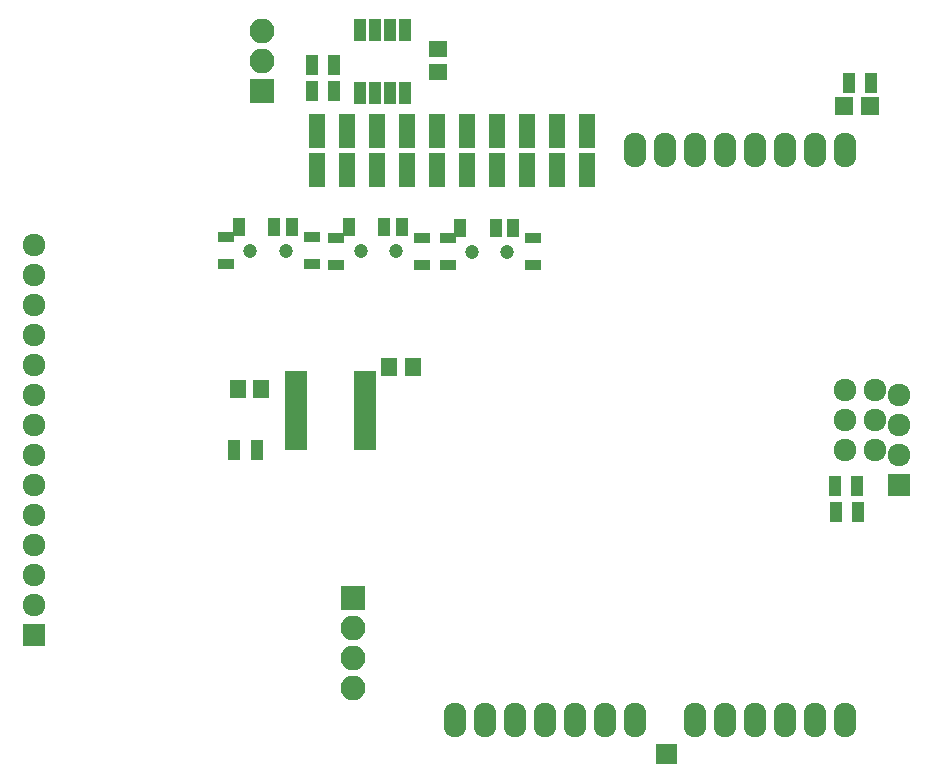
<source format=gbr>
G04 #@! TF.FileFunction,Soldermask,Top*
%FSLAX46Y46*%
G04 Gerber Fmt 4.6, Leading zero omitted, Abs format (unit mm)*
G04 Created by KiCad (PCBNEW 4.0.7) date Monday, July 02, 2018 'PMt' 09:22:05 PM*
%MOMM*%
%LPD*%
G01*
G04 APERTURE LIST*
%ADD10C,0.100000*%
%ADD11R,1.924000X1.924000*%
%ADD12C,1.924000*%
%ADD13R,2.100000X2.100000*%
%ADD14O,2.100000X2.100000*%
%ADD15R,1.400000X2.910000*%
%ADD16O,1.924000X2.940000*%
%ADD17R,1.650000X1.400000*%
%ADD18R,1.400000X1.650000*%
%ADD19R,1.600000X1.600000*%
%ADD20R,1.100000X1.700000*%
%ADD21R,1.000000X1.950000*%
%ADD22R,1.850000X0.850000*%
%ADD23C,1.200000*%
%ADD24R,1.400000X0.900000*%
%ADD25R,1.000000X1.600000*%
G04 APERTURE END LIST*
D10*
D11*
X164322000Y-163562000D03*
D12*
X164322000Y-161022000D03*
X164322000Y-158482000D03*
X164322000Y-155942000D03*
X164322000Y-153402000D03*
X164322000Y-150862000D03*
X164322000Y-148322000D03*
X164322000Y-145782000D03*
X164322000Y-143242000D03*
X164322000Y-140702000D03*
X164322000Y-138162000D03*
X164322000Y-135622000D03*
X164322000Y-133082000D03*
X164322000Y-130542000D03*
D11*
X237562000Y-150862000D03*
D12*
X237562000Y-148322000D03*
X237562000Y-145782000D03*
X237562000Y-143242000D03*
D13*
X191389000Y-160401000D03*
D14*
X191389000Y-162941000D03*
X191389000Y-165481000D03*
X191389000Y-168021000D03*
D15*
X198501000Y-120840000D03*
X206121000Y-124150000D03*
X208661000Y-124150000D03*
X211201000Y-124150000D03*
X211201000Y-120840000D03*
X208661000Y-120840000D03*
X206121000Y-120840000D03*
X188341000Y-124150000D03*
X190881000Y-124150000D03*
X193421000Y-124150000D03*
X195961000Y-124150000D03*
X188341000Y-120840000D03*
X190881000Y-120840000D03*
X193421000Y-120840000D03*
X195961000Y-120840000D03*
X201041000Y-124150000D03*
X198501000Y-124150000D03*
X201041000Y-120840000D03*
X203581000Y-124150000D03*
D16*
X233045000Y-170764200D03*
X230505000Y-170764200D03*
X227965000Y-170764200D03*
X220345000Y-170764200D03*
X222885000Y-170764200D03*
X225425000Y-170764200D03*
X215265000Y-170764200D03*
X212725000Y-170764200D03*
X210185000Y-170764200D03*
X205105000Y-170764200D03*
X202565000Y-170764200D03*
X233045000Y-122504200D03*
X230505000Y-122504200D03*
X227965000Y-122504200D03*
X225425000Y-122504200D03*
X222885000Y-122504200D03*
X220345000Y-122504200D03*
X217805000Y-122504200D03*
X215265000Y-122504200D03*
X207645000Y-170764200D03*
X200025000Y-170764200D03*
D12*
X233045000Y-142824200D03*
X235585000Y-142824200D03*
X233045000Y-145364200D03*
X235585000Y-145364200D03*
X233045000Y-147904200D03*
X235585000Y-147904200D03*
D15*
X203581000Y-120840000D03*
D17*
X198550000Y-115900000D03*
X198550000Y-113900000D03*
D13*
X183642000Y-117475000D03*
D14*
X183642000Y-114935000D03*
X183642000Y-112395000D03*
D18*
X183600000Y-142700000D03*
X181600000Y-142700000D03*
X194453000Y-140843000D03*
X196453000Y-140843000D03*
D19*
X235161000Y-118745000D03*
X232961000Y-118745000D03*
D20*
X233365000Y-116840000D03*
X235265000Y-116840000D03*
X183200000Y-147900000D03*
X181300000Y-147900000D03*
X232145800Y-150926800D03*
X234045800Y-150926800D03*
X234147400Y-153136600D03*
X232247400Y-153136600D03*
D21*
X195805000Y-112300000D03*
X194535000Y-112300000D03*
X193265000Y-112300000D03*
X191995000Y-112300000D03*
X191995000Y-117700000D03*
X193265000Y-117700000D03*
X194535000Y-117700000D03*
X195805000Y-117700000D03*
D22*
X186508600Y-141601000D03*
X186508600Y-142251000D03*
X186508600Y-142901000D03*
X186508600Y-143551000D03*
X186508600Y-144201000D03*
X186508600Y-144851000D03*
X186508600Y-145501000D03*
X186508600Y-146151000D03*
X186508600Y-146801000D03*
X186508600Y-147451000D03*
X192408600Y-147451000D03*
X192408600Y-146801000D03*
X192408600Y-146151000D03*
X192408600Y-145501000D03*
X192408600Y-144851000D03*
X192408600Y-144201000D03*
X192408600Y-143551000D03*
X192408600Y-142901000D03*
X192408600Y-142251000D03*
X192408600Y-141601000D03*
D20*
X189799000Y-115294000D03*
X187899000Y-115294000D03*
X189799000Y-117453000D03*
X187899000Y-117453000D03*
X217500000Y-173650000D03*
X218300000Y-173650000D03*
D23*
X182675400Y-131013200D03*
X185675400Y-131013200D03*
D24*
X180619400Y-129870200D03*
D25*
X181675400Y-129013200D03*
X184675400Y-129013200D03*
X186175400Y-129013200D03*
D24*
X180619400Y-132156200D03*
X187858400Y-132156200D03*
X187858400Y-129870200D03*
D23*
X192022600Y-131038600D03*
X195022600Y-131038600D03*
D24*
X189966600Y-129895600D03*
D25*
X191022600Y-129038600D03*
X194022600Y-129038600D03*
X195522600Y-129038600D03*
D24*
X189966600Y-132181600D03*
X197205600Y-132181600D03*
X197205600Y-129895600D03*
D23*
X201446000Y-131089400D03*
X204446000Y-131089400D03*
D24*
X199390000Y-129946400D03*
D25*
X200446000Y-129089400D03*
X203446000Y-129089400D03*
X204946000Y-129089400D03*
D24*
X199390000Y-132232400D03*
X206629000Y-132232400D03*
X206629000Y-129946400D03*
M02*

</source>
